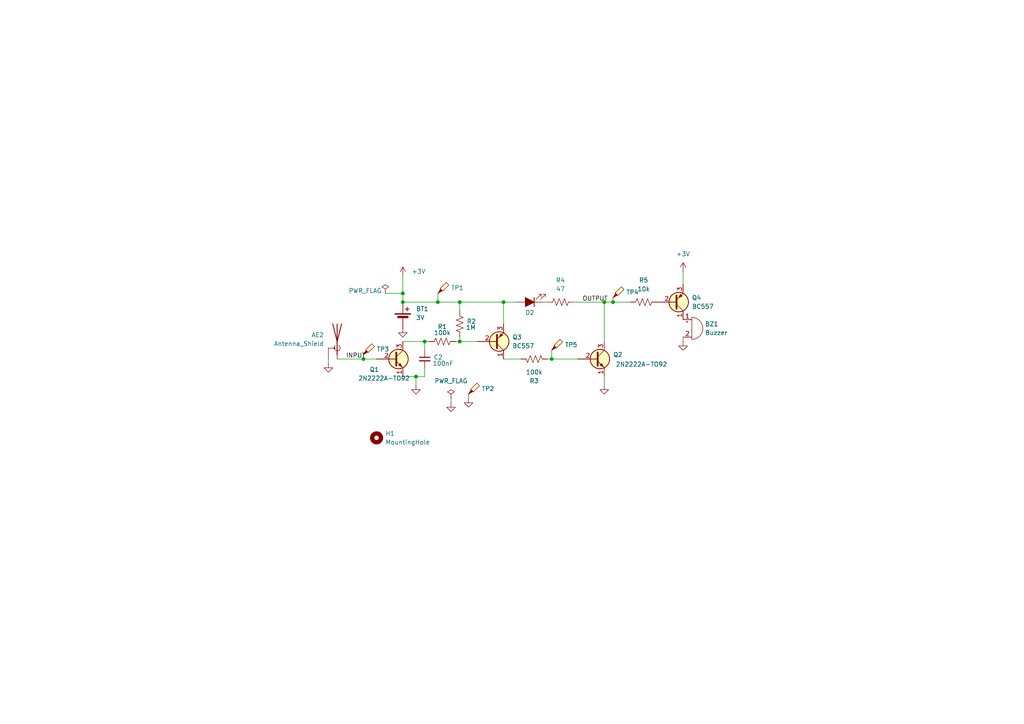
<source format=kicad_sch>
(kicad_sch (version 20250114) (generator "eeschema") (generator_version "9.0")
  (paper "A4")
  (title_block (title "Detector inductivo") (date "2025-05-10") (rev "1") (company "Santillan E. Marcos"))
  (lib_symbols
    (symbol "Connector:TestPoint_Probe" (pin_numbers (hide yes)) (pin_names (offset 0.762) (hide yes))
      (property "Reference" "TP" (at 1.651 5.842 0))
      (property "Value" "TestPoint_Probe" (at 1.651 4.064 0))
      (symbol "TestPoint_Probe_0_1"
        (polyline (pts (xy 1.27 0.762) (xy 0 0) (xy 0.762 1.27) (xy 1.27 0.762)) (fill (type outline)))
        (polyline (pts (xy 1.397 0.635) (xy 0.635 1.397) (xy 2.413 3.175) (xy 3.175 2.413) (xy 1.397 0.635)) (fill (type background)))
      )
      (symbol "TestPoint_Probe_1_1"
        (pin passive line (at 0 0 90) (length 0) (name "1") (number "1"))
      )
    )
    (symbol "Device:Antenna_Shield" (pin_numbers (hide yes)) (pin_names (offset 1.016) (hide yes))
      (property "Reference" "AE" (at -1.905 4.445 0))
      (property "Value" "Antenna_Shield" (at -1.905 2.54 0))
      (symbol "Antenna_Shield_0_1"
        (arc (start 0 -2.667) (mid -0.8485 -2.1032) (end -0.508 -1.143))
        (polyline (pts (xy 0 5.08) (xy 0 -3.81)) (stroke (width 0.254)))
        (polyline (pts (xy 0 -2.54) (xy 0 0)))
        (arc (start 0.508 -1.143) (mid 0.8046 -2.0885) (end 0 -2.667))
        (polyline (pts (xy 0.762 -1.905) (xy 2.54 -1.905)))
        (circle (center 0.762 -1.905) (radius 0.1778) (fill (type outline)))
        (polyline (pts (xy 1.27 5.08) (xy 0 0) (xy -1.27 5.08)) (stroke (width 0.254)))
        (polyline (pts (xy 2.54 -2.54) (xy 2.54 -1.905)))
      )
      (symbol "Antenna_Shield_1_1"
        (pin input line (at 0 -5.08 90) (length 2.54) (name "A") (number "1"))
        (pin input line (at 2.54 -5.08 90) (length 2.54) (name "Shield") (number "2"))
      )
    )
    (symbol "Device:Battery_Cell" (pin_numbers (hide yes)) (pin_names (offset 0) (hide yes))
      (property "Reference" "BT" (at 2.54 2.54 0))
      (property "Value" "Battery_Cell" (at 2.54 0 0))
      (symbol "Battery_Cell_0_1"
        (rectangle (start -2.286 1.778) (end 2.286 1.524) (fill (type outline)))
        (rectangle (start -1.524 1.016) (end 1.524 0.508) (fill (type outline)))
        (polyline (pts (xy 0 1.778) (xy 0 2.54)))
        (polyline (pts (xy 0 0.762) (xy 0 0)))
        (polyline (pts (xy 0.762 3.048) (xy 1.778 3.048)) (stroke (width 0.254)))
        (polyline (pts (xy 1.27 3.556) (xy 1.27 2.54)) (stroke (width 0.254)))
      )
      (symbol "Battery_Cell_1_1"
        (pin passive line (at 0 5.08 270) (length 2.54) (name "+") (number "1"))
        (pin passive line (at 0 -2.54 90) (length 2.54) (name "-") (number "2"))
      )
    )
    (symbol "Device:Buzzer" (pin_names (offset 0.0254) (hide yes))
      (property "Reference" "BZ" (at 3.81 1.27 0))
      (property "Value" "Buzzer" (at 3.81 -1.27 0))
      (symbol "Buzzer_0_1"
        (polyline (pts (xy -1.651 1.905) (xy -1.143 1.905)))
        (polyline (pts (xy -1.397 2.159) (xy -1.397 1.651)))
        (arc (start 0 3.175) (mid 3.1612 0) (end 0 -3.175))
        (polyline (pts (xy 0 3.175) (xy 0 -3.175)))
      )
      (symbol "Buzzer_1_1"
        (pin passive line (at -2.54 2.54 0) (length 2.54) (name "+") (number "1"))
        (pin passive line (at -2.54 -2.54 0) (length 2.54) (name "-") (number "2"))
      )
    )
    (symbol "Device:C_Small" (pin_numbers (hide yes)) (pin_names (offset 0.254) (hide yes))
      (property "Reference" "C" (at 0.254 1.778 0))
      (property "Value" "C_Small" (at 0.254 -2.032 0))
      (symbol "C_Small_0_1"
        (polyline (pts (xy -1.524 0.508) (xy 1.524 0.508)) (stroke (width 0.3048)))
        (polyline (pts (xy -1.524 -0.508) (xy 1.524 -0.508)) (stroke (width 0.3302)))
      )
      (symbol "C_Small_1_1"
        (pin passive line (at 0 2.54 270) (length 2.032) (name "~") (number "1"))
        (pin passive line (at 0 -2.54 90) (length 2.032) (name "~") (number "2"))
      )
    )
    (symbol "Device:LED_Filled" (pin_numbers (hide yes)) (pin_names (offset 1.016) (hide yes))
      (property "Reference" "D" (at 0 2.54 0))
      (property "Value" "LED_Filled" (at 0 -2.54 0))
      (property "Sim.Pins" "1=K 2=A" (at 0 0 0))
      (symbol "LED_Filled_0_1"
        (polyline (pts (xy -3.048 -0.762) (xy -4.572 -2.286) (xy -3.81 -2.286) (xy -4.572 -2.286) (xy -4.572 -1.524)))
        (polyline (pts (xy -1.778 -0.762) (xy -3.302 -2.286) (xy -2.54 -2.286) (xy -3.302 -2.286) (xy -3.302 -1.524)))
        (polyline (pts (xy -1.27 0) (xy 1.27 0)))
        (polyline (pts (xy -1.27 -1.27) (xy -1.27 1.27)) (stroke (width 0.254)))
        (polyline (pts (xy 1.27 -1.27) (xy 1.27 1.27) (xy -1.27 0) (xy 1.27 -1.27)) (stroke (width 0.254)) (fill (type outline)))
      )
      (symbol "LED_Filled_1_1"
        (pin passive line (at -3.81 0 0) (length 2.54) (name "K") (number "1"))
        (pin passive line (at 3.81 0 180) (length 2.54) (name "A") (number "2"))
      )
    )
    (symbol "Device:R_US" (pin_numbers (hide yes)) (pin_names (offset 0))
      (property "Reference" "R" (at 2.54 0 90))
      (property "Value" "R_US" (at -2.54 0 90))
      (symbol "R_US_0_1"
        (polyline (pts (xy 0 2.286) (xy 0 2.54)))
        (polyline (pts (xy 0 2.286) (xy 1.016 1.905) (xy 0 1.524) (xy -1.016 1.143) (xy 0 0.762)))
        (polyline (pts (xy 0 0.762) (xy 1.016 0.381) (xy 0 0) (xy -1.016 -0.381) (xy 0 -0.762)))
        (polyline (pts (xy 0 -0.762) (xy 1.016 -1.143) (xy 0 -1.524) (xy -1.016 -1.905) (xy 0 -2.286)))
        (polyline (pts (xy 0 -2.286) (xy 0 -2.54)))
      )
      (symbol "R_US_1_1"
        (pin passive line (at 0 3.81 270) (length 1.27) (name "~") (number "1"))
        (pin passive line (at 0 -3.81 90) (length 1.27) (name "~") (number "2"))
      )
    )
    (symbol "Mechanical:MountingHole" (pin_names (offset 1.016)) (exclude_from_sim yes) (in_bom no)
      (property "Reference" "H" (at 0 5.08 0))
      (property "Value" "MountingHole" (at 0 3.175 0))
      (symbol "MountingHole_0_1"
        (circle (center 0 0) (radius 1.27) (stroke (width 1.27)))
      )
    )
    (symbol "PCM_Transistor_BJT_AKL:2N2222A-TO92" (pin_names (hide yes))
      (property "Reference" "Q" (at 5.08 1.27 0))
      (property "Value" "2N2222A-TO92" (at 5.08 -1.27 0))
      (symbol "2N2222A-TO92_0_1"
        (polyline (pts (xy 0.635 1.905) (xy 0.635 -1.905) (xy 0.635 -1.905)) (stroke (width 0.508)))
        (polyline (pts (xy 0.635 0.635) (xy 2.54 2.54)))
        (polyline (pts (xy 0.635 -0.635) (xy 2.54 -2.54) (xy 2.54 -2.54)))
        (circle (center 1.27 0) (radius 2.8194) (stroke (width 0.254)) (fill (type background)))
        (polyline (pts (xy 1.27 -1.778) (xy 1.778 -1.27) (xy 2.286 -2.286) (xy 1.27 -1.778) (xy 1.27 -1.778)) (fill (type outline)))
      )
      (symbol "2N2222A-TO92_1_1"
        (pin passive line (at -5.08 0 0) (length 5.715) (name "B") (number "2"))
        (pin passive line (at 2.54 5.08 270) (length 2.54) (name "C") (number "3"))
        (pin passive line (at 2.54 -5.08 90) (length 2.54) (name "E") (number "1"))
      )
    )
    (symbol "PCM_Transistor_BJT_AKL:BC557" (pin_names (hide yes))
      (property "Reference" "Q" (at 5.08 1.27 0))
      (property "Value" "BC557" (at 5.08 -1.27 0))
      (symbol "BC557_0_1"
        (polyline (pts (xy 0.635 0.635) (xy 2.54 2.54) (xy 2.54 2.54)))
        (polyline (pts (xy 0.635 -0.635) (xy 2.54 -2.54)))
        (polyline (pts (xy 0.635 -1.905) (xy 0.635 1.905) (xy 0.635 1.905)) (stroke (width 0.508)))
        (circle (center 1.27 0) (radius 2.8194) (stroke (width 0.254)) (fill (type background)))
        (polyline (pts (xy 2.286 1.778) (xy 1.778 2.286) (xy 1.27 1.27) (xy 2.286 1.778) (xy 2.286 1.778)) (fill (type outline)))
      )
      (symbol "BC557_1_1"
        (pin input line (at -5.08 0 0) (length 5.715) (name "B") (number "2"))
        (pin passive line (at 2.54 5.08 270) (length 2.54) (name "E") (number "3"))
        (pin passive line (at 2.54 -5.08 90) (length 2.54) (name "C") (number "1"))
      )
    )
    (symbol "power:+3V0" (power) (pin_numbers (hide yes)) (pin_names (offset 0) (hide yes))
      (property "Value" "+3V0" (at 0 3.556 0))
      (symbol "+3V0_0_1"
        (polyline (pts (xy -0.762 1.27) (xy 0 2.54)))
        (polyline (pts (xy 0 2.54) (xy 0.762 1.27)))
        (polyline (pts (xy 0 0) (xy 0 2.54)))
      )
      (symbol "+3V0_1_1"
        (pin power_in line (at 0 0 90) (length 0) (name "~") (number "1"))
      )
    )
    (symbol "power:GND" (power) (pin_numbers (hide yes)) (pin_names (offset 0) (hide yes))
      (property "Value" "GND" (at 0 -3.81 0))
      (symbol "GND_0_1"
        (polyline (pts (xy 0 0) (xy 0 -1.27) (xy 1.27 -1.27) (xy 0 -2.54) (xy -1.27 -1.27) (xy 0 -1.27)))
      )
      (symbol "GND_1_1"
        (pin power_in line (at 0 0 270) (length 0) (name "~") (number "1"))
      )
    )
    (symbol "power:PWR_FLAG" (power) (pin_numbers (hide yes)) (pin_names (offset 0) (hide yes))
      (property "Value" "PWR_FLAG" (at 0 3.81 0))
      (symbol "PWR_FLAG_0_0"
        (pin power_out line (at 0 0 90) (length 0) (name "~") (number "1"))
      )
      (symbol "PWR_FLAG_0_1"
        (polyline (pts (xy 0 0) (xy 0 1.27) (xy -1.016 1.905) (xy 0 2.54) (xy 1.016 1.905) (xy 0 1.27)))
      )
    )
  )
  (junction (at 175.26 87.63))
  (junction (at 133.35 87.63))
  (junction (at 123.19 99.06))
  (junction (at 120.65 109.22))
  (junction (at 116.84 87.63))
  (junction (at 160.02 104.14))
  (junction (at 177.8 87.63))
  (junction (at 127 87.63))
  (junction (at 105.41 104.14))
  (junction (at 116.84 85.09))
  (junction (at 146.05 87.63))
  (junction (at 133.35 99.06))
  (wire (pts (xy 116.84 87.63) (xy 127 87.63)))
  (wire (pts (xy 120.65 109.22) (xy 123.19 109.22)))
  (wire (pts (xy 123.19 109.22) (xy 123.19 106.68)))
  (wire (pts (xy 167.64 104.14) (xy 160.02 104.14)))
  (wire (pts (xy 198.12 78.74) (xy 198.12 82.55)))
  (wire (pts (xy 105.41 102.87) (xy 105.41 104.14)))
  (wire (pts (xy 146.05 87.63) (xy 149.86 87.63)))
  (wire (pts (xy 116.84 99.06) (xy 123.19 99.06)))
  (wire (pts (xy 158.75 104.14) (xy 160.02 104.14)))
  (wire (pts (xy 123.19 99.06) (xy 124.46 99.06)))
  (wire (pts (xy 116.84 80.01) (xy 116.84 85.09)))
  (wire (pts (xy 116.84 85.09) (xy 116.84 87.63)))
  (wire (pts (xy 105.41 104.14) (xy 109.22 104.14)))
  (wire (pts (xy 116.84 109.22) (xy 120.65 109.22)))
  (wire (pts (xy 175.26 87.63) (xy 175.26 99.06)))
  (wire (pts (xy 177.8 86.36) (xy 177.8 87.63)))
  (wire (pts (xy 175.26 111.76) (xy 175.26 109.22)))
  (wire (pts (xy 146.05 87.63) (xy 146.05 93.98)))
  (wire (pts (xy 133.35 87.63) (xy 133.35 90.17)))
  (wire (pts (xy 120.65 109.22) (xy 120.65 111.76)))
  (wire (pts (xy 151.13 104.14) (xy 146.05 104.14)))
  (wire (pts (xy 135.89 115.57) (xy 135.89 114.3)))
  (wire (pts (xy 130.81 116.84) (xy 130.81 115.57)))
  (wire (pts (xy 97.79 104.14) (xy 105.41 104.14)))
  (wire (pts (xy 127 85.09) (xy 127 87.63)))
  (wire (pts (xy 133.35 99.06) (xy 132.08 99.06)))
  (wire (pts (xy 133.35 99.06) (xy 138.43 99.06)))
  (wire (pts (xy 175.26 87.63) (xy 177.8 87.63)))
  (wire (pts (xy 133.35 87.63) (xy 146.05 87.63)))
  (wire (pts (xy 111.76 85.09) (xy 116.84 85.09)))
  (wire (pts (xy 123.19 99.06) (xy 123.19 101.6)))
  (wire (pts (xy 127 87.63) (xy 133.35 87.63)))
  (wire (pts (xy 158.75 87.63) (xy 157.48 87.63)))
  (wire (pts (xy 160.02 101.6) (xy 160.02 104.14)))
  (wire (pts (xy 177.8 87.63) (xy 182.88 87.63)))
  (wire (pts (xy 198.12 99.06) (xy 198.12 97.79)))
  (wire (pts (xy 95.25 105.41) (xy 95.25 104.14)))
  (wire (pts (xy 166.37 87.63) (xy 175.26 87.63)))
  (wire (pts (xy 133.35 97.79) (xy 133.35 99.06)))
  (label "OUTPUT" (at 168.91 87.63 0))
  (label "INPUT" (at 100.33 104.14 0))
  (symbol (lib_id "power:GND") (at 198.12 99.06 0) (unit 1)
    (property "Reference" "#PWR03" (effects (hide yes)))
    (property "Value" "GND" (effects (hide yes)))
    (property "Description" "Power symbol creates a global label with name \"GND\" , ground" (effects (hide yes)))
  )
  (symbol (lib_id "power:+3V0") (at 116.84 80.01 0) (unit 1)
    (property "Reference" "#PWR08" (effects (hide yes)))
    (property "Value" "+3V" (at 119.38 78.74 0) (effects (justify left)))
    (property "Description" "Power symbol creates a global label with name \"+3V0\"" (effects (hide yes)))
  )
  (symbol (lib_id "power:GND") (at 95.25 105.41 0) (unit 1)
    (property "Reference" "#PWR04" (effects (hide yes)))
    (property "Value" "GND" (effects (hide yes)))
    (property "Description" "Power symbol creates a global label with name \"GND\" , ground" (effects (hide yes)))
  )
  (symbol (lib_id "Connector:TestPoint_Probe") (at 160.02 101.6 0) (unit 1)
    (property "Reference" "TP5" (at 163.83 100.0125 0) (effects (justify left)))
    (property "Value" "TestPoint_Probe" (effects (hide yes)))
    (property "Footprint" "TestPoint:TestPoint_Bridge_Pitch2.54mm_Drill1.0mm" (effects (hide yes)))
    (property "Description" "test point (alternative probe-style design)" (effects (hide yes)))
  )
  (symbol (lib_id "Device:R_US") (at 128.27 99.06 90) (unit 1)
    (property "Reference" "R1" (at 128.27 94.742 90))
    (property "Value" "100k" (at 128.27 96.52 90))
    (property "Footprint" "PCM_Resistor_THT_AKL:R_Axial_DIN0207_L6.3mm_D2.5mm_P7.62mm_Horizontal" (effects (hide yes)))
    (property "Description" "Resistor, US symbol" (effects (hide yes)))
  )
  (symbol (lib_id "Device:R_US") (at 133.35 93.98 0) (unit 1)
    (property "Reference" "R2" (at 135.382 93.218 0) (effects (justify left)))
    (property "Value" "1M" (at 135.128 94.996 0) (effects (justify left)))
    (property "Footprint" "PCM_Resistor_THT_AKL:R_Axial_DIN0207_L6.3mm_D2.5mm_P7.62mm_Horizontal" (effects (hide yes)))
    (property "Description" "Resistor, US symbol" (effects (hide yes)))
  )
  (symbol (lib_id "Connector:TestPoint_Probe") (at 127 85.09 0) (unit 1)
    (property "Reference" "TP1" (at 130.81 83.5025 0) (effects (justify left)))
    (property "Value" "TestPoint_Probe" (effects (hide yes)))
    (property "Footprint" "TestPoint:TestPoint_Bridge_Pitch2.54mm_Drill1.0mm" (effects (hide yes)))
    (property "Description" "test point (alternative probe-style design)" (effects (hide yes)))
  )
  (symbol (lib_id "power:GND") (at 130.81 116.84 0) (unit 1)
    (property "Reference" "#PWR07" (effects (hide yes)))
    (property "Value" "GND" (effects (hide yes)))
    (property "Description" "Power symbol creates a global label with name \"GND\" , ground" (effects (hide yes)))
  )
  (symbol (lib_id "Device:LED_Filled") (at 153.67 87.63 180) (unit 1)
    (property "Reference" "D2" (at 153.67 90.678 0))
    (property "Value" "LED_Filled" (effects (hide yes)))
    (property "Footprint" "LED_THT:LED_D5.0mm" (effects (hide yes)))
    (property "Description" "Light emitting diode, filled shape" (effects (hide yes)))
    (property "Sim.Pins" "1=K 2=A" (effects (hide yes)))
  )
  (symbol (lib_id "Connector:TestPoint_Probe") (at 135.89 114.3 0) (unit 1)
    (property "Reference" "TP2" (at 139.7 112.7125 0) (effects (justify left)))
    (property "Value" "TestPoint_Probe" (effects (hide yes)))
    (property "Footprint" "TestPoint:TestPoint_Bridge_Pitch2.54mm_Drill1.0mm" (effects (hide yes)))
    (property "Description" "test point (alternative probe-style design)" (effects (hide yes)))
  )
  (symbol (lib_id "power:GND") (at 116.84 95.25 0) (unit 1)
    (property "Reference" "#PWR05" (effects (hide yes)))
    (property "Value" "GND" (effects (hide yes)))
    (property "Description" "Power symbol creates a global label with name \"GND\" , ground" (effects (hide yes)))
  )
  (symbol (lib_id "PCM_Transistor_BJT_AKL:BC557") (at 143.51 99.06 0) (unit 1)
    (property "Reference" "Q3" (at 148.59 97.79 0) (effects (justify left)))
    (property "Value" "BC557" (at 148.59 100.33 0) (effects (justify left)))
    (property "Footprint" "Library:TO-92_Inline_Wide_marcos" (effects (hide yes)))
    (property "Datasheet" "https://www.tme.eu/Document/19c3b49670dc51eab7374dcc2c4f9200/BC556-BC560.pdf" (effects (hide yes)))
    (property "Description" "PNP TO-92 transistor, 45V, 100mA, 500mW, Complementary to BC547, Alternate KiCAD Library" (effects (hide yes)))
  )
  (symbol (lib_id "Mechanical:MountingHole") (at 109.22 127 0) (unit 1) (exclude_from_sim yes) (in_bom no)
    (property "Reference" "H1" (at 111.76 125.73 0) (effects (justify left)))
    (property "Value" "MountingHole" (at 111.76 128.27 0) (effects (justify left)))
    (property "Footprint" "MountingHole:MountingHole_2.2mm_M2_Pad_Via" (effects (hide yes)))
    (property "Description" "Mounting Hole without connection" (effects (hide yes)))
  )
  (symbol (lib_id "Device:Buzzer") (at 200.66 95.25 0) (unit 1)
    (property "Reference" "BZ1" (at 204.47 93.98 0) (effects (justify left)))
    (property "Value" "Buzzer" (at 204.47 96.52 0) (effects (justify left)))
    (property "Footprint" "Buzzer_Beeper:Buzzer_TDK_PS1240P02BT_D12.2mm_H6.5mm" (effects (hide yes)))
    (property "Description" "Buzzer, polarized" (effects (hide yes)))
  )
  (symbol (lib_id "Device:C_Small") (at 123.19 104.14 0) (unit 1)
    (property "Reference" "C2" (at 125.73 103.632 0) (effects (justify left)))
    (property "Value" "100nF" (at 125.476 105.41 0) (effects (justify left)))
    (property "Footprint" "Capacitor_THT:C_Disc_D3.4mm_W2.1mm_P2.50mm" (effects (hide yes)))
    (property "Description" "Unpolarized capacitor, small symbol" (effects (hide yes)))
  )
  (symbol (lib_id "power:GND") (at 175.26 111.76 0) (unit 1)
    (property "Reference" "#PWR02" (effects (hide yes)))
    (property "Value" "GND" (effects (hide yes)))
    (property "Description" "Power symbol creates a global label with name \"GND\" , ground" (effects (hide yes)))
  )
  (symbol (lib_id "power:GND") (at 120.65 111.76 0) (unit 1)
    (property "Reference" "#PWR01" (effects (hide yes)))
    (property "Value" "GND" (effects (hide yes)))
    (property "Description" "Power symbol creates a global label with name \"GND\" , ground" (effects (hide yes)))
  )
  (symbol (lib_id "Connector:TestPoint_Probe") (at 177.8 86.36 0) (unit 1)
    (property "Reference" "TP4" (at 181.61 84.7725 0) (effects (justify left)))
    (property "Value" "TestPoint_Probe" (effects (hide yes)))
    (property "Footprint" "TestPoint:TestPoint_Bridge_Pitch2.54mm_Drill1.0mm" (effects (hide yes)))
    (property "Description" "test point (alternative probe-style design)" (effects (hide yes)))
  )
  (symbol (lib_id "power:PWR_FLAG") (at 111.76 85.09 0) (unit 1)
    (property "Reference" "#FLG02" (effects (hide yes)))
    (property "Value" "PWR_FLAG" (at 105.918 84.328 0))
    (property "Description" "Special symbol for telling ERC where power comes from" (effects (hide yes)))
  )
  (symbol (lib_id "power:GND") (at 135.89 115.57 0) (unit 1)
    (property "Reference" "#PWR06" (effects (hide yes)))
    (property "Value" "GND" (effects (hide yes)))
    (property "Description" "Power symbol creates a global label with name \"GND\" , ground" (effects (hide yes)))
  )
  (symbol (lib_id "Device:R_US") (at 154.94 104.14 90) (mirror x) (unit 1)
    (property "Reference" "R3" (at 154.94 110.49 90))
    (property "Value" "100k" (at 154.94 107.95 90))
    (property "Footprint" "PCM_Resistor_THT_AKL:R_Axial_DIN0207_L6.3mm_D2.5mm_P7.62mm_Horizontal" (effects (hide yes)))
    (property "Description" "Resistor, US symbol" (effects (hide yes)))
  )
  (symbol (lib_id "Connector:TestPoint_Probe") (at 105.41 102.87 0) (unit 1)
    (property "Reference" "TP3" (at 109.22 101.2825 0) (effects (justify left)))
    (property "Value" "TestPoint_Probe" (effects (hide yes)))
    (property "Footprint" "TestPoint:TestPoint_Bridge_Pitch2.54mm_Drill1.0mm" (effects (hide yes)))
    (property "Description" "test point (alternative probe-style design)" (effects (hide yes)))
  )
  (symbol (lib_id "PCM_Transistor_BJT_AKL:2N2222A-TO92") (at 114.3 104.14 0) (unit 1)
    (property "Reference" "Q1" (at 107.188 107.188 0) (effects (justify left)))
    (property "Value" "2N2222A-TO92" (at 103.886 109.728 0) (effects (justify left)))
    (property "Footprint" "Library:TO-92_Inline_Wide_EBC_2N-2222" (effects (hide yes)))
    (property "Datasheet" "https://www.tme.eu/Document/f56ae9fa05736feb390d26bab71fb0d5/2n2222a.pdf" (effects (hide yes)))
    (property "Description" "NPN TO-92 transistor, 40V, 0.6A, 625mW, Alternate KiCAD Library" (effects (hide yes)))
  )
  (symbol (lib_id "power:PWR_FLAG") (at 130.81 115.57 0) (unit 1)
    (property "Reference" "#FLG01" (effects (hide yes)))
    (property "Value" "PWR_FLAG" (at 130.81 110.49 0))
    (property "Description" "Special symbol for telling ERC where power comes from" (effects (hide yes)))
  )
  (symbol (lib_id "Device:R_US") (at 186.69 87.63 90) (unit 1)
    (property "Reference" "R5" (at 186.69 81.28 90))
    (property "Value" "10k" (at 186.69 83.82 90))
    (property "Footprint" "PCM_Resistor_THT_AKL:R_Axial_DIN0207_L6.3mm_D2.5mm_P7.62mm_Horizontal" (effects (hide yes)))
    (property "Description" "Resistor, US symbol" (effects (hide yes)))
  )
  (symbol (lib_id "PCM_Transistor_BJT_AKL:BC557") (at 195.58 87.63 0) (unit 1)
    (property "Reference" "Q4" (at 200.66 86.36 0) (effects (justify left)))
    (property "Value" "BC557" (at 200.66 88.9 0) (effects (justify left)))
    (property "Footprint" "Library:TO-92_Inline_Wide_marcos" (effects (hide yes)))
    (property "Datasheet" "https://www.tme.eu/Document/19c3b49670dc51eab7374dcc2c4f9200/BC556-BC560.pdf" (effects (hide yes)))
    (property "Description" "PNP TO-92 transistor, 45V, 100mA, 500mW, Complementary to BC547, Alternate KiCAD Library" (effects (hide yes)))
  )
  (symbol (lib_id "Device:Battery_Cell") (at 116.84 92.71 0) (unit 1)
    (property "Reference" "BT1" (at 120.65 89.5985 0) (effects (justify left)))
    (property "Value" "3V" (at 120.65 92.1385 0) (effects (justify left)))
    (property "Footprint" "Battery:BatteryHolder_Keystone_2466_1xAAA" (effects (hide yes)))
    (property "Description" "Single-cell battery" (effects (hide yes)))
  )
  (symbol (lib_id "power:+3V0") (at 198.12 78.74 0) (unit 1)
    (property "Reference" "#PWR09" (effects (hide yes)))
    (property "Value" "+3V" (at 198.12 73.66 0))
    (property "Description" "Power symbol creates a global label with name \"+3V0\"" (effects (hide yes)))
  )
  (symbol (lib_id "PCM_Transistor_BJT_AKL:2N2222A-TO92") (at 172.72 104.14 0) (unit 1)
    (property "Reference" "Q2" (at 177.8 102.87 0) (effects (justify left)))
    (property "Value" "2N2222A-TO92" (at 178.562 105.664 0) (effects (justify left)))
    (property "Footprint" "Library:TO-92_Inline_Wide_EBC_2N-2222" (effects (hide yes)))
    (property "Datasheet" "https://www.tme.eu/Document/f56ae9fa05736feb390d26bab71fb0d5/2n2222a.pdf" (effects (hide yes)))
    (property "Description" "NPN TO-92 transistor, 40V, 0.6A, 625mW, Alternate KiCAD Library" (effects (hide yes)))
  )
  (symbol (lib_id "Device:Antenna_Shield") (at 97.79 99.06 0) (mirror y) (unit 1)
    (property "Reference" "AE2" (at 93.98 97.155 0) (effects (justify left)))
    (property "Value" "Antenna_Shield" (at 93.98 99.695 0) (effects (justify left)))
    (property "Footprint" "Connector_Coaxial:BNC_TEConnectivity_1478204_Vertical" (effects (hide yes)))
    (property "Description" "Antenna with extra pin for shielding" (effects (hide yes)))
  )
  (symbol (lib_id "Device:R_US") (at 162.56 87.63 90) (unit 1)
    (property "Reference" "R4" (at 162.56 81.28 90))
    (property "Value" "47" (at 162.56 83.82 90))
    (property "Footprint" "PCM_Resistor_THT_AKL:R_Axial_DIN0207_L6.3mm_D2.5mm_P7.62mm_Horizontal" (effects (hide yes)))
    (property "Description" "Resistor, US symbol" (effects (hide yes)))
  )
)
</source>
